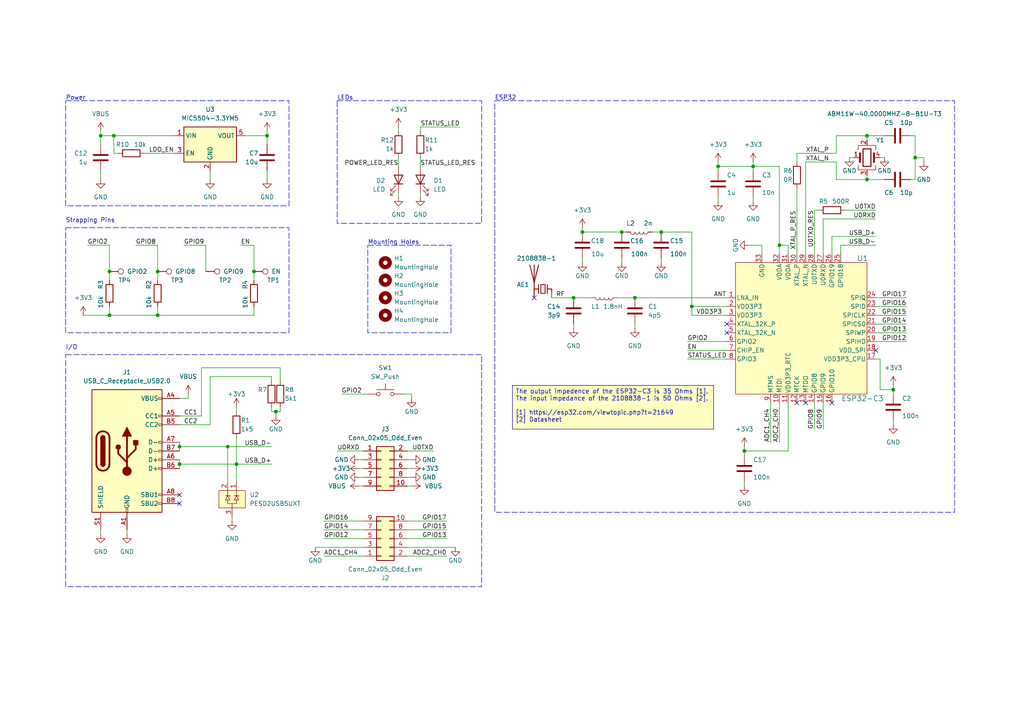
<source format=kicad_sch>
(kicad_sch (version 20230121) (generator eeschema)
  (paper "A4")
  (lib_symbols
    (symbol "Connector:TestPoint" (pin_numbers hide) (pin_names (offset 0.762) hide)
      (property "Reference" "TP" (at 0 6.858 0))
      (property "Value" "TestPoint" (at 0 5.08 0))
      (symbol "TestPoint_0_1"
        (circle (center 0 3.302) (radius 0.762))
      )
      (symbol "TestPoint_1_1"
        (pin passive line (at 0 0 90) (length 2.54) (name "1") (number "1"))
      )
    )
    (symbol "Connector:USB_C_Receptacle_USB2.0" (pin_names (offset 1.016))
      (property "Reference" "J" (at -10.16 19.05 0))
      (property "Value" "USB_C_Receptacle_USB2.0" (at 19.05 19.05 0))
      (symbol "USB_C_Receptacle_USB2.0_0_0"
        (rectangle (start -0.254 -17.78) (end 0.254 -16.764))
        (rectangle (start 10.16 -14.986) (end 9.144 -15.494))
        (rectangle (start 10.16 -12.446) (end 9.144 -12.954))
        (rectangle (start 10.16 -4.826) (end 9.144 -5.334))
        (rectangle (start 10.16 -2.286) (end 9.144 -2.794))
        (rectangle (start 10.16 0.254) (end 9.144 -0.254))
        (rectangle (start 10.16 2.794) (end 9.144 2.286))
        (rectangle (start 10.16 7.874) (end 9.144 7.366))
        (rectangle (start 10.16 10.414) (end 9.144 9.906))
        (rectangle (start 10.16 15.494) (end 9.144 14.986))
      )
      (symbol "USB_C_Receptacle_USB2.0_0_1"
        (rectangle (start -10.16 17.78) (end 10.16 -17.78) (stroke (width 0.254)) (fill (type background)))
        (arc (start -8.89 -3.81) (mid -6.985 -5.7067) (end -5.08 -3.81) (stroke (width 0.508)))
        (arc (start -7.62 -3.81) (mid -6.985 -4.4423) (end -6.35 -3.81) (stroke (width 0.254)))
        (arc (start -7.62 -3.81) (mid -6.985 -4.4423) (end -6.35 -3.81) (stroke (width 0.254)) (fill (type outline)))
        (rectangle (start -7.62 -3.81) (end -6.35 3.81) (stroke (width 0.254)) (fill (type outline)))
        (arc (start -6.35 3.81) (mid -6.985 4.4423) (end -7.62 3.81) (stroke (width 0.254)))
        (arc (start -6.35 3.81) (mid -6.985 4.4423) (end -7.62 3.81) (stroke (width 0.254)) (fill (type outline)))
        (arc (start -5.08 3.81) (mid -6.985 5.7067) (end -8.89 3.81) (stroke (width 0.508)))
        (circle (center -2.54 1.143) (radius 0.635) (stroke (width 0.254)) (fill (type outline)))
        (circle (center 0 -5.842) (radius 1.27) (fill (type outline)))
        (polyline (pts (xy -8.89 -3.81) (xy -8.89 3.81)) (stroke (width 0.508)))
        (polyline (pts (xy -5.08 3.81) (xy -5.08 -3.81)) (stroke (width 0.508)))
        (polyline (pts (xy 0 -5.842) (xy 0 4.318)) (stroke (width 0.508)))
        (polyline (pts (xy 0 -3.302) (xy -2.54 -0.762) (xy -2.54 0.508)) (stroke (width 0.508)))
        (polyline (pts (xy 0 -2.032) (xy 2.54 0.508) (xy 2.54 1.778)) (stroke (width 0.508)))
        (polyline (pts (xy -1.27 4.318) (xy 0 6.858) (xy 1.27 4.318) (xy -1.27 4.318)) (stroke (width 0.254)) (fill (type outline)))
        (rectangle (start 1.905 1.778) (end 3.175 3.048) (stroke (width 0.254)) (fill (type outline)))
      )
      (symbol "USB_C_Receptacle_USB2.0_1_1"
        (pin passive line (at 0 -22.86 90) (length 5.08) (name "GND") (number "A1"))
        (pin passive line (at 0 -22.86 90) (length 5.08) hide (name "GND") (number "A12"))
        (pin passive line (at 15.24 15.24 180) (length 5.08) (name "VBUS") (number "A4"))
        (pin bidirectional line (at 15.24 10.16 180) (length 5.08) (name "CC1") (number "A5"))
        (pin bidirectional line (at 15.24 -2.54 180) (length 5.08) (name "D+") (number "A6"))
        (pin bidirectional line (at 15.24 2.54 180) (length 5.08) (name "D-") (number "A7"))
        (pin bidirectional line (at 15.24 -12.7 180) (length 5.08) (name "SBU1") (number "A8"))
        (pin passive line (at 15.24 15.24 180) (length 5.08) hide (name "VBUS") (number "A9"))
        (pin passive line (at 0 -22.86 90) (length 5.08) hide (name "GND") (number "B1"))
        (pin passive line (at 0 -22.86 90) (length 5.08) hide (name "GND") (number "B12"))
        (pin passive line (at 15.24 15.24 180) (length 5.08) hide (name "VBUS") (number "B4"))
        (pin bidirectional line (at 15.24 7.62 180) (length 5.08) (name "CC2") (number "B5"))
        (pin bidirectional line (at 15.24 -5.08 180) (length 5.08) (name "D+") (number "B6"))
        (pin bidirectional line (at 15.24 0 180) (length 5.08) (name "D-") (number "B7"))
        (pin bidirectional line (at 15.24 -15.24 180) (length 5.08) (name "SBU2") (number "B8"))
        (pin passive line (at 15.24 15.24 180) (length 5.08) hide (name "VBUS") (number "B9"))
        (pin passive line (at -7.62 -22.86 90) (length 5.08) (name "SHIELD") (number "S1"))
      )
    )
    (symbol "Connector_Generic:Conn_02x05_Odd_Even" (pin_names (offset 1.016) hide)
      (property "Reference" "J" (at 1.27 7.62 0))
      (property "Value" "Conn_02x05_Odd_Even" (at 1.27 -7.62 0))
      (symbol "Conn_02x05_Odd_Even_1_1"
        (rectangle (start -1.27 -4.953) (end 0 -5.207) (stroke (width 0.1524)))
        (rectangle (start -1.27 -2.413) (end 0 -2.667) (stroke (width 0.1524)))
        (rectangle (start -1.27 0.127) (end 0 -0.127) (stroke (width 0.1524)))
        (rectangle (start -1.27 2.667) (end 0 2.413) (stroke (width 0.1524)))
        (rectangle (start -1.27 5.207) (end 0 4.953) (stroke (width 0.1524)))
        (rectangle (start -1.27 6.35) (end 3.81 -6.35) (stroke (width 0.254)) (fill (type background)))
        (rectangle (start 3.81 -4.953) (end 2.54 -5.207) (stroke (width 0.1524)))
        (rectangle (start 3.81 -2.413) (end 2.54 -2.667) (stroke (width 0.1524)))
        (rectangle (start 3.81 0.127) (end 2.54 -0.127) (stroke (width 0.1524)))
        (rectangle (start 3.81 2.667) (end 2.54 2.413) (stroke (width 0.1524)))
        (rectangle (start 3.81 5.207) (end 2.54 4.953) (stroke (width 0.1524)))
        (pin passive line (at -5.08 5.08 0) (length 3.81) (name "Pin_1") (number "1"))
        (pin passive line (at 7.62 -5.08 180) (length 3.81) (name "Pin_10") (number "10"))
        (pin passive line (at 7.62 5.08 180) (length 3.81) (name "Pin_2") (number "2"))
        (pin passive line (at -5.08 2.54 0) (length 3.81) (name "Pin_3") (number "3"))
        (pin passive line (at 7.62 2.54 180) (length 3.81) (name "Pin_4") (number "4"))
        (pin passive line (at -5.08 0 0) (length 3.81) (name "Pin_5") (number "5"))
        (pin passive line (at 7.62 0 180) (length 3.81) (name "Pin_6") (number "6"))
        (pin passive line (at -5.08 -2.54 0) (length 3.81) (name "Pin_7") (number "7"))
        (pin passive line (at 7.62 -2.54 180) (length 3.81) (name "Pin_8") (number "8"))
        (pin passive line (at -5.08 -5.08 0) (length 3.81) (name "Pin_9") (number "9"))
      )
    )
    (symbol "Device:Antenna_Chip" (pin_numbers hide) (pin_names (offset 1.016) hide)
      (property "Reference" "AE" (at 0 5.08 0))
      (property "Value" "Antenna_Chip" (at 0 3.175 0))
      (symbol "Antenna_Chip_0_1"
        (polyline (pts (xy -2.54 0) (xy -2.54 -0.635)) (stroke (width 0.254)))
        (polyline (pts (xy -2.54 0) (xy -1.27 0)) (stroke (width 0.254)))
        (polyline (pts (xy 1.27 0) (xy 2.54 0)) (stroke (width 0.254)))
        (polyline (pts (xy 1.27 1.27) (xy 1.27 -1.27)) (stroke (width 0.254)))
        (polyline (pts (xy 2.54 -0.635) (xy 2.54 0)))
        (polyline (pts (xy 2.54 6.985) (xy 2.54 -1.905)) (stroke (width 0.254)))
        (polyline (pts (xy -1.27 1.27) (xy -1.27 -1.27) (xy -1.27 0)) (stroke (width 0.254)))
        (polyline (pts (xy 3.81 6.985) (xy 2.54 1.905) (xy 1.27 6.985)) (stroke (width 0.254)))
        (polyline (pts (xy -0.635 1.27) (xy 0.635 1.27) (xy 0.635 -1.27) (xy -0.635 -1.27) (xy -0.635 1.27)) (stroke (width 0.254)))
      )
      (symbol "Antenna_Chip_1_1"
        (pin input line (at -2.54 -2.54 90) (length 2.54) (name "FEED") (number "1"))
        (pin passive line (at 2.54 -2.54 90) (length 2.54) (name "PCB_Trace") (number "2"))
      )
    )
    (symbol "Device:C" (pin_numbers hide) (pin_names (offset 0.254))
      (property "Reference" "C" (at 0.635 2.54 0))
      (property "Value" "C" (at 0.635 -2.54 0))
      (symbol "C_0_1"
        (polyline (pts (xy -2.032 -0.762) (xy 2.032 -0.762)) (stroke (width 0.508)))
        (polyline (pts (xy -2.032 0.762) (xy 2.032 0.762)) (stroke (width 0.508)))
      )
      (symbol "C_1_1"
        (pin passive line (at 0 3.81 270) (length 2.794) (name "~") (number "1"))
        (pin passive line (at 0 -3.81 90) (length 2.794) (name "~") (number "2"))
      )
    )
    (symbol "Device:Crystal_GND23" (pin_names (offset 1.016) hide)
      (property "Reference" "Y" (at 3.175 5.08 0))
      (property "Value" "Crystal_GND23" (at 3.175 3.175 0))
      (symbol "Crystal_GND23_0_1"
        (rectangle (start -1.143 2.54) (end 1.143 -2.54) (stroke (width 0.3048)))
        (polyline (pts (xy -2.54 0) (xy -2.032 0)))
        (polyline (pts (xy -2.032 -1.27) (xy -2.032 1.27)) (stroke (width 0.508)))
        (polyline (pts (xy 0 -3.81) (xy 0 -3.556)))
        (polyline (pts (xy 0 3.556) (xy 0 3.81)))
        (polyline (pts (xy 2.032 -1.27) (xy 2.032 1.27)) (stroke (width 0.508)))
        (polyline (pts (xy 2.032 0) (xy 2.54 0)))
        (polyline (pts (xy -2.54 -2.286) (xy -2.54 -3.556) (xy 2.54 -3.556) (xy 2.54 -2.286)))
        (polyline (pts (xy -2.54 2.286) (xy -2.54 3.556) (xy 2.54 3.556) (xy 2.54 2.286)))
      )
      (symbol "Crystal_GND23_1_1"
        (pin passive line (at -3.81 0 0) (length 1.27) (name "1") (number "1"))
        (pin passive line (at 0 5.08 270) (length 1.27) (name "2") (number "2"))
        (pin passive line (at 0 -5.08 90) (length 1.27) (name "3") (number "3"))
        (pin passive line (at 3.81 0 180) (length 1.27) (name "4") (number "4"))
      )
    )
    (symbol "Device:L" (pin_numbers hide) (pin_names (offset 1.016) hide)
      (property "Reference" "L" (at -1.27 0 90))
      (property "Value" "L" (at 1.905 0 90))
      (symbol "L_0_1"
        (arc (start 0 -2.54) (mid 0.6323 -1.905) (end 0 -1.27))
        (arc (start 0 -1.27) (mid 0.6323 -0.635) (end 0 0))
        (arc (start 0 0) (mid 0.6323 0.635) (end 0 1.27))
        (arc (start 0 1.27) (mid 0.6323 1.905) (end 0 2.54))
      )
      (symbol "L_1_1"
        (pin passive line (at 0 3.81 270) (length 1.27) (name "1") (number "1"))
        (pin passive line (at 0 -3.81 90) (length 1.27) (name "2") (number "2"))
      )
    )
    (symbol "Device:LED" (pin_numbers hide) (pin_names (offset 1.016) hide)
      (property "Reference" "D" (at 0 2.54 0))
      (property "Value" "LED" (at 0 -2.54 0))
      (symbol "LED_0_1"
        (polyline (pts (xy -1.27 -1.27) (xy -1.27 1.27)) (stroke (width 0.254)))
        (polyline (pts (xy -1.27 0) (xy 1.27 0)))
        (polyline (pts (xy 1.27 -1.27) (xy 1.27 1.27) (xy -1.27 0) (xy 1.27 -1.27)) (stroke (width 0.254)))
        (polyline (pts (xy -3.048 -0.762) (xy -4.572 -2.286) (xy -3.81 -2.286) (xy -4.572 -2.286) (xy -4.572 -1.524)))
        (polyline (pts (xy -1.778 -0.762) (xy -3.302 -2.286) (xy -2.54 -2.286) (xy -3.302 -2.286) (xy -3.302 -1.524)))
      )
      (symbol "LED_1_1"
        (pin passive line (at -3.81 0 0) (length 2.54) (name "K") (number "1"))
        (pin passive line (at 3.81 0 180) (length 2.54) (name "A") (number "2"))
      )
    )
    (symbol "Device:R" (pin_numbers hide) (pin_names (offset 0))
      (property "Reference" "R" (at 2.032 0 90))
      (property "Value" "R" (at 0 0 90))
      (symbol "R_0_1"
        (rectangle (start -1.016 -2.54) (end 1.016 2.54) (stroke (width 0.254)))
      )
      (symbol "R_1_1"
        (pin passive line (at 0 3.81 270) (length 1.27) (name "~") (number "1"))
        (pin passive line (at 0 -3.81 90) (length 1.27) (name "~") (number "2"))
      )
    )
    (symbol "Mechanical:MountingHole" (pin_names (offset 1.016))
      (property "Reference" "H" (at 0 5.08 0))
      (property "Value" "MountingHole" (at 0 3.175 0))
      (symbol "MountingHole_0_1"
        (circle (center 0 0) (radius 1.27) (stroke (width 1.27)))
      )
    )
    (symbol "Regulator_Linear:MIC5504-3.3YM5"
      (property "Reference" "U" (at -7.62 8.89 0))
      (property "Value" "MIC5504-3.3YM5" (at -7.62 6.35 0))
      (symbol "MIC5504-3.3YM5_0_1"
        (rectangle (start -7.62 -5.08) (end 7.62 5.08) (stroke (width 0.254)) (fill (type background)))
      )
      (symbol "MIC5504-3.3YM5_1_1"
        (pin power_in line (at -10.16 2.54 0) (length 2.54) (name "VIN") (number "1"))
        (pin power_in line (at 0 -7.62 90) (length 2.54) (name "GND") (number "2"))
        (pin input line (at -10.16 -2.54 0) (length 2.54) (name "EN") (number "3"))
        (pin no_connect line (at 7.62 -2.54 180) (length 2.54) hide (name "NC") (number "4"))
        (pin power_out line (at 10.16 2.54 180) (length 2.54) (name "VOUT") (number "5"))
      )
    )
    (symbol "Switch:SW_Push" (pin_numbers hide) (pin_names (offset 1.016) hide)
      (property "Reference" "SW" (at 1.27 2.54 0))
      (property "Value" "SW_Push" (at 0 -1.524 0))
      (symbol "SW_Push_0_1"
        (circle (center -2.032 0) (radius 0.508))
        (polyline (pts (xy 0 1.27) (xy 0 3.048)))
        (polyline (pts (xy 2.54 1.27) (xy -2.54 1.27)))
        (circle (center 2.032 0) (radius 0.508))
        (pin passive line (at -5.08 0 0) (length 2.54) (name "1") (number "1"))
        (pin passive line (at 5.08 0 180) (length 2.54) (name "2") (number "2"))
      )
    )
    (symbol "encyclopedia_galactica:ESP32-C3" (pin_names (offset 0.254))
      (property "Reference" "U" (at 0 43.18 0))
      (property "Value" "ESP32-C3" (at 0 40.64 0))
      (symbol "ESP32-C3_0_1"
        (pin bidirectional line (at -21.59 8.89 0) (length 2.54) (name "LNA_IN") (number "1"))
        (pin bidirectional line (at -6.35 -21.59 90) (length 2.54) (name "MTDI") (number "10"))
        (pin power_in line (at -3.81 -21.59 90) (length 2.54) (name "VDD3P3_RTC") (number "11"))
        (pin bidirectional line (at -1.27 -21.59 90) (length 2.54) (name "MTCK") (number "12"))
        (pin bidirectional line (at 1.27 -21.59 90) (length 2.54) (name "MTDO") (number "13"))
        (pin bidirectional line (at 3.81 -21.59 90) (length 2.54) (name "GPIO8") (number "14"))
        (pin bidirectional line (at 6.35 -21.59 90) (length 2.54) (name "GPIO9") (number "15"))
        (pin bidirectional line (at 8.89 -21.59 90) (length 2.54) (name "GPIO10") (number "16"))
        (pin power_in line (at 21.59 -8.89 180) (length 2.54) (name "VDD3P3_CPU") (number "17"))
        (pin power_in line (at 21.59 -6.35 180) (length 2.54) (name "VDD_SPI") (number "18"))
        (pin bidirectional line (at 21.59 -3.81 180) (length 2.54) (name "SPIHD") (number "19"))
        (pin power_in line (at -21.59 6.35 0) (length 2.54) (name "VDD3P3") (number "2"))
        (pin bidirectional line (at 21.59 -1.27 180) (length 2.54) (name "SPIWP") (number "20"))
        (pin bidirectional line (at 21.59 1.27 180) (length 2.54) (name "SPICS0") (number "21"))
        (pin bidirectional line (at 21.59 3.81 180) (length 2.54) (name "SPICLK") (number "22"))
        (pin bidirectional line (at 21.59 6.35 180) (length 2.54) (name "SPID") (number "23"))
        (pin bidirectional line (at 21.59 8.89 180) (length 2.54) (name "SPIQ") (number "24"))
        (pin bidirectional line (at 11.43 21.59 270) (length 2.54) (name "GPIO18") (number "25"))
        (pin bidirectional line (at 8.89 21.59 270) (length 2.54) (name "GPIO19") (number "26"))
        (pin bidirectional line (at 6.35 21.59 270) (length 2.54) (name "U0RXD") (number "27"))
        (pin bidirectional line (at 3.81 21.59 270) (length 2.54) (name "U0TXD") (number "28"))
        (pin output line (at 1.27 21.59 270) (length 2.54) (name "XTAL_N") (number "29"))
        (pin power_in line (at -21.59 3.81 0) (length 2.54) (name "VDD3P3") (number "3"))
        (pin input line (at -1.27 21.59 270) (length 2.54) (name "XTAL_P") (number "30"))
        (pin power_in line (at -3.81 21.59 270) (length 2.54) (name "VDDA") (number "31"))
        (pin power_in line (at -6.35 21.59 270) (length 2.54) (name "VDDA") (number "32"))
        (pin power_out line (at -11.43 21.59 270) (length 2.54) (name "GND") (number "33"))
        (pin bidirectional line (at -21.59 1.27 0) (length 2.54) (name "XTAL_32K_P") (number "4"))
        (pin bidirectional line (at -21.59 -1.27 0) (length 2.54) (name "XTAL_32K_N") (number "5"))
        (pin bidirectional line (at -21.59 -3.81 0) (length 2.54) (name "GPIO2") (number "6"))
        (pin input line (at -21.59 -6.35 0) (length 2.54) (name "CHIP_EN") (number "7"))
        (pin bidirectional line (at -21.59 -8.89 0) (length 2.54) (name "GPIO3") (number "8"))
        (pin bidirectional line (at -8.89 -21.59 90) (length 2.54) (name "MTMS") (number "9"))
      )
      (symbol "ESP32-C3_1_1"
        (rectangle (start -19.05 19.05) (end 19.05 -19.05) (fill (type background)))
      )
    )
    (symbol "encyclopedia_galactica:PESD2USB5UXT"
      (property "Reference" "U" (at 0 24.13 0))
      (property "Value" "PESD2USB5UXT" (at 0 21.59 0))
      (symbol "PESD2USB5UXT_1_1"
        (rectangle (start -3.81 2.54) (end 3.81 -2.54) (fill (type background)))
        (polyline (pts (xy -1.905 1.016) (xy -0.635 1.016)))
        (polyline (pts (xy -1.27 1.016) (xy -1.27 2.54)))
        (polyline (pts (xy -0.635 1.016) (xy -0.635 0.762)))
        (polyline (pts (xy 0 -1.27) (xy 0 -2.54)))
        (polyline (pts (xy 0.635 1.016) (xy 1.905 1.016)))
        (polyline (pts (xy 1.27 1.016) (xy 1.27 2.54)))
        (polyline (pts (xy 1.905 1.016) (xy 1.905 0.762)))
        (polyline (pts (xy -1.905 -0.254) (xy -1.27 1.016) (xy -0.635 -0.254) (xy -1.905 -0.254)))
        (polyline (pts (xy -1.27 -0.254) (xy -1.27 -1.27) (xy 1.27 -1.27) (xy 1.27 -0.254)))
        (polyline (pts (xy 0.635 -0.254) (xy 1.27 1.016) (xy 1.905 -0.254) (xy 0.635 -0.254)))
        (pin open_collector line (at 1.27 5.08 270) (length 2.54) (name "") (number "1"))
        (pin open_collector line (at -1.27 5.08 270) (length 2.54) (name "") (number "2"))
        (pin power_out line (at 0 -5.08 90) (length 2.54) (name "") (number "3"))
      )
    )
    (symbol "power:+3V3" (power) (pin_names (offset 0))
      (property "Value" "+3V3" (at 0 3.556 0))
      (symbol "+3V3_0_1"
        (polyline (pts (xy -0.762 1.27) (xy 0 2.54)))
        (polyline (pts (xy 0 0) (xy 0 2.54)))
        (polyline (pts (xy 0 2.54) (xy 0.762 1.27)))
      )
      (symbol "+3V3_1_1"
        (pin power_in line (at 0 0 90) (length 0) hide (name "+3V3") (number "1"))
      )
    )
    (symbol "power:GND" (power) (pin_names (offset 0))
      (property "Value" "GND" (at 0 -3.81 0))
      (symbol "GND_0_1"
        (polyline (pts (xy 0 0) (xy 0 -1.27) (xy 1.27 -1.27) (xy 0 -2.54) (xy -1.27 -1.27) (xy 0 -1.27)))
      )
      (symbol "GND_1_1"
        (pin power_in line (at 0 0 270) (length 0) hide (name "GND") (number "1"))
      )
    )
    (symbol "power:VBUS" (power) (pin_names (offset 0))
      (property "Value" "VBUS" (at 0 3.81 0))
      (symbol "VBUS_0_1"
        (polyline (pts (xy -0.762 1.27) (xy 0 2.54)))
        (polyline (pts (xy 0 0) (xy 0 2.54)))
        (polyline (pts (xy 0 2.54) (xy 0.762 1.27)))
      )
      (symbol "VBUS_1_1"
        (pin power_in line (at 0 0 90) (length 0) hide (name "VBUS") (number "1"))
      )
    )
  )
  (junction (at 29.21 39.37))
  (junction (at 184.15 86.36))
  (junction (at 226.06 71.12))
  (junction (at 168.91 67.31))
  (junction (at 45.72 78.74))
  (junction (at 31.75 91.44))
  (junction (at 77.47 39.37))
  (junction (at 208.28 48.26))
  (junction (at 68.58 134.62))
  (junction (at 180.34 67.31))
  (junction (at 66.04 129.54))
  (junction (at 52.07 134.62))
  (junction (at 215.9 130.81))
  (junction (at 218.44 48.26))
  (junction (at 52.07 129.54))
  (junction (at 33.02 39.37))
  (junction (at 80.01 119.38))
  (junction (at 31.75 78.74))
  (junction (at 73.66 78.74))
  (junction (at 191.77 67.31))
  (junction (at 259.08 113.03))
  (junction (at 265.43 45.72))
  (junction (at 45.72 91.44))
  (junction (at 251.46 39.37))
  (junction (at 200.66 88.9))
  (junction (at 166.37 86.36))
  (junction (at 251.46 52.07))
  (no_connect (at 241.3 116.84))
  (no_connect (at 210.82 93.98))
  (no_connect (at 52.07 143.51))
  (no_connect (at 231.14 116.84))
  (no_connect (at 254 101.6))
  (no_connect (at 52.07 146.05))
  (no_connect (at 233.68 116.84))
  (no_connect (at 210.82 96.52))
  (no_connect (at 154.94 86.36))
  (wire (pts (xy 52.07 134.62) (xy 68.58 134.62)))
  (wire (pts (xy 52.07 133.35) (xy 52.07 134.62)))
  (wire (pts (xy 25.4 71.12) (xy 31.75 71.12)))
  (wire (pts (xy 33.02 39.37) (xy 50.8 39.37)))
  (wire (pts (xy 254 86.36) (xy 262.89 86.36)))
  (wire (pts (xy 121.92 55.88) (xy 121.92 57.15)))
  (wire (pts (xy 236.22 60.96) (xy 236.22 73.66)))
  (wire (pts (xy 199.39 99.06) (xy 210.82 99.06)))
  (wire (pts (xy 267.97 45.72) (xy 265.43 45.72)))
  (wire (pts (xy 125.73 130.81) (xy 118.11 130.81)))
  (wire (pts (xy 218.44 57.15) (xy 218.44 58.42)))
  (wire (pts (xy 254 91.44) (xy 262.89 91.44)))
  (wire (pts (xy 168.91 67.31) (xy 180.34 67.31)))
  (wire (pts (xy 116.84 114.3) (xy 119.38 114.3)))
  (wire (pts (xy 231.14 44.45) (xy 242.57 44.45)))
  (wire (pts (xy 254 88.9) (xy 262.89 88.9)))
  (wire (pts (xy 31.75 81.28) (xy 31.75 78.74)))
  (wire (pts (xy 254 63.5) (xy 238.76 63.5)))
  (wire (pts (xy 226.06 48.26) (xy 226.06 71.12)))
  (wire (pts (xy 251.46 39.37) (xy 251.46 40.64)))
  (wire (pts (xy 255.27 113.03) (xy 255.27 104.14)))
  (wire (pts (xy 242.57 52.07) (xy 242.57 46.99)))
  (wire (pts (xy 241.3 68.58) (xy 241.3 73.66)))
  (wire (pts (xy 118.11 153.67) (xy 129.54 153.67)))
  (wire (pts (xy 133.35 36.83) (xy 121.92 36.83)))
  (wire (pts (xy 36.83 153.67) (xy 36.83 154.94)))
  (wire (pts (xy 29.21 39.37) (xy 33.02 39.37)))
  (wire (pts (xy 54.61 115.57) (xy 54.61 114.3)))
  (wire (pts (xy 52.07 120.65) (xy 58.42 120.65)))
  (wire (pts (xy 247.65 45.72) (xy 246.38 45.72)))
  (wire (pts (xy 180.34 74.93) (xy 180.34 76.2)))
  (wire (pts (xy 233.68 46.99) (xy 233.68 73.66)))
  (wire (pts (xy 97.79 130.81) (xy 105.41 130.81)))
  (wire (pts (xy 81.28 118.11) (xy 81.28 119.38)))
  (wire (pts (xy 104.14 135.89) (xy 105.41 135.89)))
  (wire (pts (xy 66.04 129.54) (xy 78.74 129.54)))
  (wire (pts (xy 184.15 86.36) (xy 210.82 86.36)))
  (wire (pts (xy 78.74 109.22) (xy 78.74 110.49)))
  (wire (pts (xy 215.9 130.81) (xy 215.9 129.54)))
  (wire (pts (xy 118.11 156.21) (xy 129.54 156.21)))
  (wire (pts (xy 73.66 71.12) (xy 73.66 78.74)))
  (wire (pts (xy 29.21 153.67) (xy 29.21 154.94)))
  (wire (pts (xy 259.08 111.76) (xy 259.08 113.03)))
  (wire (pts (xy 118.11 161.29) (xy 129.54 161.29)))
  (wire (pts (xy 168.91 74.93) (xy 168.91 76.2)))
  (wire (pts (xy 243.84 71.12) (xy 254 71.12)))
  (wire (pts (xy 68.58 118.11) (xy 68.58 119.38)))
  (wire (pts (xy 68.58 134.62) (xy 78.74 134.62)))
  (wire (pts (xy 115.57 36.83) (xy 115.57 38.1)))
  (wire (pts (xy 41.91 44.45) (xy 50.8 44.45)))
  (wire (pts (xy 226.06 116.84) (xy 226.06 128.27)))
  (wire (pts (xy 255.27 113.03) (xy 259.08 113.03)))
  (wire (pts (xy 208.28 46.99) (xy 208.28 48.26)))
  (wire (pts (xy 226.06 71.12) (xy 228.6 71.12)))
  (wire (pts (xy 242.57 39.37) (xy 242.57 44.45)))
  (wire (pts (xy 233.68 46.99) (xy 242.57 46.99)))
  (wire (pts (xy 191.77 74.93) (xy 191.77 76.2)))
  (wire (pts (xy 104.14 140.97) (xy 105.41 140.97)))
  (wire (pts (xy 166.37 86.36) (xy 171.45 86.36)))
  (wire (pts (xy 256.54 52.07) (xy 251.46 52.07)))
  (wire (pts (xy 119.38 114.3) (xy 119.38 115.57)))
  (wire (pts (xy 73.66 91.44) (xy 73.66 88.9)))
  (wire (pts (xy 264.16 52.07) (xy 265.43 52.07)))
  (wire (pts (xy 199.39 101.6) (xy 210.82 101.6)))
  (wire (pts (xy 93.98 151.13) (xy 105.41 151.13)))
  (wire (pts (xy 118.11 140.97) (xy 119.38 140.97)))
  (wire (pts (xy 31.75 71.12) (xy 31.75 78.74)))
  (wire (pts (xy 52.07 129.54) (xy 66.04 129.54)))
  (wire (pts (xy 91.44 158.75) (xy 105.41 158.75)))
  (wire (pts (xy 34.29 44.45) (xy 33.02 44.45)))
  (wire (pts (xy 231.14 54.61) (xy 231.14 73.66)))
  (wire (pts (xy 259.08 121.92) (xy 259.08 123.19)))
  (wire (pts (xy 99.06 114.3) (xy 106.68 114.3)))
  (wire (pts (xy 200.66 67.31) (xy 191.77 67.31)))
  (wire (pts (xy 243.84 71.12) (xy 243.84 73.66)))
  (wire (pts (xy 265.43 39.37) (xy 264.16 39.37)))
  (wire (pts (xy 81.28 106.68) (xy 81.28 110.49)))
  (wire (pts (xy 71.12 39.37) (xy 77.47 39.37)))
  (wire (pts (xy 68.58 134.62) (xy 68.58 139.7)))
  (wire (pts (xy 231.14 44.45) (xy 231.14 46.99)))
  (wire (pts (xy 104.14 138.43) (xy 105.41 138.43)))
  (wire (pts (xy 121.92 45.72) (xy 121.92 48.26)))
  (wire (pts (xy 52.07 128.27) (xy 52.07 129.54)))
  (wire (pts (xy 80.01 119.38) (xy 80.01 120.65)))
  (wire (pts (xy 251.46 52.07) (xy 251.46 50.8)))
  (wire (pts (xy 223.52 116.84) (xy 223.52 128.27)))
  (wire (pts (xy 39.37 71.12) (xy 45.72 71.12)))
  (wire (pts (xy 115.57 45.72) (xy 115.57 48.26)))
  (wire (pts (xy 45.72 91.44) (xy 45.72 88.9)))
  (wire (pts (xy 208.28 48.26) (xy 218.44 48.26)))
  (wire (pts (xy 132.08 158.75) (xy 118.11 158.75)))
  (wire (pts (xy 189.23 67.31) (xy 191.77 67.31)))
  (wire (pts (xy 77.47 49.53) (xy 77.47 52.07)))
  (wire (pts (xy 238.76 116.84) (xy 238.76 124.46)))
  (wire (pts (xy 58.42 120.65) (xy 58.42 106.68)))
  (wire (pts (xy 215.9 130.81) (xy 228.6 130.81)))
  (wire (pts (xy 118.11 133.35) (xy 119.38 133.35)))
  (wire (pts (xy 254 96.52) (xy 262.89 96.52)))
  (wire (pts (xy 215.9 139.7) (xy 215.9 140.97)))
  (wire (pts (xy 58.42 106.68) (xy 81.28 106.68)))
  (wire (pts (xy 179.07 86.36) (xy 184.15 86.36)))
  (wire (pts (xy 77.47 38.1) (xy 77.47 39.37)))
  (wire (pts (xy 184.15 93.98) (xy 184.15 95.25)))
  (wire (pts (xy 118.11 135.89) (xy 119.38 135.89)))
  (wire (pts (xy 45.72 78.74) (xy 45.72 81.28)))
  (wire (pts (xy 255.27 104.14) (xy 254 104.14)))
  (wire (pts (xy 45.72 91.44) (xy 73.66 91.44)))
  (wire (pts (xy 245.11 60.96) (xy 254 60.96)))
  (wire (pts (xy 259.08 113.03) (xy 259.08 114.3)))
  (wire (pts (xy 236.22 116.84) (xy 236.22 124.46)))
  (wire (pts (xy 93.98 153.67) (xy 105.41 153.67)))
  (wire (pts (xy 53.34 71.12) (xy 59.69 71.12)))
  (wire (pts (xy 68.58 127) (xy 68.58 134.62)))
  (wire (pts (xy 118.11 151.13) (xy 129.54 151.13)))
  (wire (pts (xy 218.44 48.26) (xy 226.06 48.26)))
  (wire (pts (xy 77.47 41.91) (xy 77.47 39.37)))
  (wire (pts (xy 104.14 133.35) (xy 105.41 133.35)))
  (wire (pts (xy 265.43 52.07) (xy 265.43 45.72)))
  (wire (pts (xy 200.66 91.44) (xy 200.66 88.9)))
  (wire (pts (xy 31.75 91.44) (xy 45.72 91.44)))
  (wire (pts (xy 52.07 123.19) (xy 60.96 123.19)))
  (wire (pts (xy 180.34 67.31) (xy 181.61 67.31)))
  (wire (pts (xy 78.74 118.11) (xy 78.74 119.38)))
  (wire (pts (xy 29.21 38.1) (xy 29.21 39.37)))
  (wire (pts (xy 254 68.58) (xy 241.3 68.58)))
  (wire (pts (xy 166.37 93.98) (xy 166.37 95.25)))
  (wire (pts (xy 254 93.98) (xy 262.89 93.98)))
  (wire (pts (xy 265.43 45.72) (xy 265.43 39.37)))
  (wire (pts (xy 52.07 115.57) (xy 54.61 115.57)))
  (wire (pts (xy 218.44 46.99) (xy 218.44 48.26)))
  (wire (pts (xy 24.13 91.44) (xy 31.75 91.44)))
  (wire (pts (xy 228.6 71.12) (xy 228.6 73.66)))
  (wire (pts (xy 60.96 49.53) (xy 60.96 52.07)))
  (wire (pts (xy 242.57 52.07) (xy 251.46 52.07)))
  (wire (pts (xy 208.28 57.15) (xy 208.28 58.42)))
  (wire (pts (xy 31.75 91.44) (xy 31.75 88.9)))
  (wire (pts (xy 226.06 71.12) (xy 226.06 73.66)))
  (wire (pts (xy 215.9 132.08) (xy 215.9 130.81)))
  (wire (pts (xy 80.01 119.38) (xy 81.28 119.38)))
  (wire (pts (xy 218.44 48.26) (xy 218.44 49.53)))
  (wire (pts (xy 251.46 39.37) (xy 242.57 39.37)))
  (wire (pts (xy 67.31 149.86) (xy 67.31 151.13)))
  (wire (pts (xy 267.97 46.99) (xy 267.97 45.72)))
  (wire (pts (xy 93.98 156.21) (xy 105.41 156.21)))
  (wire (pts (xy 256.54 39.37) (xy 251.46 39.37)))
  (wire (pts (xy 254 99.06) (xy 262.89 99.06)))
  (wire (pts (xy 73.66 81.28) (xy 73.66 78.74)))
  (wire (pts (xy 45.72 71.12) (xy 45.72 78.74)))
  (wire (pts (xy 52.07 129.54) (xy 52.07 130.81)))
  (wire (pts (xy 78.74 119.38) (xy 80.01 119.38)))
  (wire (pts (xy 52.07 134.62) (xy 52.07 135.89)))
  (wire (pts (xy 200.66 88.9) (xy 200.66 67.31)))
  (wire (pts (xy 118.11 138.43) (xy 119.38 138.43)))
  (wire (pts (xy 199.39 104.14) (xy 210.82 104.14)))
  (wire (pts (xy 160.02 86.36) (xy 166.37 86.36)))
  (wire (pts (xy 66.04 129.54) (xy 66.04 139.7)))
  (wire (pts (xy 29.21 39.37) (xy 29.21 41.91)))
  (wire (pts (xy 60.96 123.19) (xy 60.96 109.22)))
  (wire (pts (xy 238.76 63.5) (xy 238.76 73.66)))
  (wire (pts (xy 59.69 71.12) (xy 59.69 78.74)))
  (wire (pts (xy 93.98 161.29) (xy 105.41 161.29)))
  (wire (pts (xy 256.54 45.72) (xy 255.27 45.72)))
  (wire (pts (xy 29.21 49.53) (xy 29.21 52.07)))
  (wire (pts (xy 69.85 71.12) (xy 73.66 71.12)))
  (wire (pts (xy 60.96 109.22) (xy 78.74 109.22)))
  (wire (pts (xy 200.66 88.9) (xy 210.82 88.9)))
  (wire (pts (xy 236.22 60.96) (xy 237.49 60.96)))
  (wire (pts (xy 121.92 36.83) (xy 121.92 38.1)))
  (wire (pts (xy 210.82 91.44) (xy 200.66 91.44)))
  (wire (pts (xy 220.98 71.12) (xy 220.98 73.66)))
  (wire (pts (xy 168.91 66.04) (xy 168.91 67.31)))
  (wire (pts (xy 33.02 44.45) (xy 33.02 39.37)))
  (wire (pts (xy 115.57 55.88) (xy 115.57 57.15)))
  (wire (pts (xy 208.28 48.26) (xy 208.28 49.53)))
  (wire (pts (xy 228.6 116.84) (xy 228.6 130.81)))
  (wire (pts (xy 217.17 71.12) (xy 220.98 71.12)))
  (rectangle (start 19.05 29.21) (end 83.82 59.69) (stroke (width 0) (type dash)))
  (rectangle (start 106.68 71.12) (end 130.81 96.52) (stroke (width 0) (type dash)))
  (rectangle (start 83.82 66.04) (end 19.05 96.52) (stroke (width 0) (type dash)))
  (rectangle (start 19.05 102.87) (end 139.7 170.18) (stroke (width 0) (type dash)))
  (rectangle (start 97.79 29.21) (end 139.7 64.77) (stroke (width 0) (type dash)))
  (rectangle (start 143.51 29.21) (end 276.86 148.59) (stroke (width 0) (type dash)))
  (text_box "The output impedence of the ESP32-C3 is 35 Ohms [1].\nThe input impedance of the 2108838-1 is 50 Ohms [2].\n\n[1] https://esp32.com/viewtopic.php?t=21649\n[2] Datasheet" (at 148.59 111.76 0) (size 58.42 12.7) (fill (type color) (color 255 255 194 1)) (effects (font (size 1.27 1.27)) (justify left top)))
  (text "ESP32" (at 143.51 29.21 0) (effects (font (size 1.27 1.27)) (justify left bottom)))
  (text "I/O" (at 19.05 101.6 0) (effects (font (size 1.27 1.27)) (justify left bottom)))
  (text "Mounting Holes" (at 106.68 71.12 0) (effects (font (size 1.27 1.27)) (justify left bottom)))
  (text "Power" (at 19.05 29.21 0) (effects (font (size 1.27 1.27)) (justify left bottom)))
  (text "Strapping Pins" (at 19.05 64.77 0) (effects (font (size 1.27 1.27)) (justify left bottom)))
  (text "LEDs" (at 97.79 29.21 0) (effects (font (size 1.27 1.27)) (justify left bottom)))
  (label "ADC1_CH4" (at 223.52 128.27 90))
  (label "U0RXD" (at 97.79 130.81 0))
  (label "GPIO2" (at 99.06 114.3 0))
  (label "GPIO12" (at 93.98 156.21 0))
  (label "EN" (at 199.39 101.6 0))
  (label "USB_D+" (at 78.74 134.62 180))
  (label "GPIO16" (at 93.98 151.13 0))
  (label "GPIO13" (at 129.54 156.21 180))
  (label "ADC1_CH4" (at 93.98 161.29 0))
  (label "USB_D+" (at 254 68.58 180))
  (label "GPIO2" (at 25.4 71.12 0))
  (label "LDO_EN" (at 43.18 44.45 0))
  (label "GPIO14" (at 262.89 93.98 180))
  (label "STATUS_LED" (at 199.39 104.14 0))
  (label "GPIO9" (at 238.76 124.46 90))
  (label "GPIO17" (at 262.89 86.36 180))
  (label "GPIO14" (at 93.98 153.67 0))
  (label "U0TXD" (at 125.73 130.81 180))
  (label "ADC2_CH0" (at 226.06 128.27 90))
  (label "STATUS_LED_RES" (at 121.92 48.26 0))
  (label "U0RXD" (at 254 63.5 180))
  (label "VDD3P3" (at 201.93 91.44 0))
  (label "ANT" (at 207.01 86.36 0))
  (label "CC1" (at 53.34 120.65 0))
  (label "USB_D-" (at 254 71.12 180))
  (label "GPIO12" (at 262.89 99.06 180))
  (label "XTAL_P" (at 233.68 44.45 0))
  (label "U0TXD" (at 254 60.96 180))
  (label "GPIO9" (at 53.34 71.12 0))
  (label "USB_D-" (at 78.74 129.54 180))
  (label "XTAL_P_RES" (at 231.14 72.39 90))
  (label "GPIO15" (at 129.54 153.67 180))
  (label "XTAL_N" (at 233.68 46.99 0))
  (label "GPIO16" (at 262.89 88.9 180))
  (label "RF" (at 161.29 86.36 0))
  (label "U0TXD_RES" (at 236.22 60.96 270))
  (label "EN" (at 69.85 71.12 0))
  (label "GPIO8" (at 39.37 71.12 0))
  (label "GPIO13" (at 262.89 96.52 180))
  (label "GPIO17" (at 129.54 151.13 180))
  (label "GPIO2" (at 199.39 99.06 0))
  (label "ADC2_CH0" (at 129.54 161.29 180))
  (label "STATUS_LED" (at 133.35 36.83 180))
  (label "CC2" (at 53.34 123.19 0))
  (label "POWER_LED_RES" (at 115.57 48.26 180))
  (label "GPIO15" (at 262.89 91.44 180))
  (label "GPIO8" (at 236.22 124.46 90))
  (symbol (lib_id "power:GND") (at 246.38 45.72 0) (mirror y) (unit 1)
    (property "Reference" "#PWR03" (effects hide))
    (property "Value" "GND" (at 246.38 49.53 0))
  )
  (symbol (lib_id "Connector:USB_C_Receptacle_USB2.0") (at 36.83 130.81 0) (unit 1)
    (property "Reference" "J1" (at 36.83 107.95 0))
    (property "Value" "USB_C_Receptacle_USB2.0" (at 36.83 110.49 0))
    (property "Footprint" "encyclopedia_galactica:USB4105-GF-A" (effects hide))
    (property "Datasheet" "https://www.usb.org/sites/default/files/documents/usb_type-c.zip" (effects hide))
  )
  (symbol (lib_id "Device:LED") (at 115.57 52.07 270) (mirror x) (unit 1)
    (property "Reference" "D2" (at 111.76 52.3875 90) (effects (justify right)))
    (property "Value" "LED" (at 111.76 54.9275 90) (effects (justify right)))
    (property "Footprint" "LED_SMD:LED_0603_1608Metric" (effects hide))
  )
  (symbol (lib_id "power:+3V3") (at 115.57 36.83 0) (mirror y) (unit 1)
    (property "Reference" "#PWR044" (effects hide))
    (property "Value" "+3V3" (at 115.57 31.75 0))
  )
  (symbol (lib_id "Device:R") (at 231.14 50.8 0) (mirror y) (unit 1)
    (property "Reference" "R6" (at 229.87 49.53 0) (effects (justify left)))
    (property "Value" "0R" (at 229.87 52.07 0) (effects (justify left)))
    (property "Footprint" "Resistor_SMD:R_0402_1005Metric" (effects hide))
  )
  (symbol (lib_id "Device:R") (at 73.66 85.09 0) (mirror x) (unit 1)
    (property "Reference" "R4" (at 71.12 82.55 90))
    (property "Value" "10k" (at 71.12 87.63 90))
    (property "Footprint" "Resistor_SMD:R_0402_1005Metric" (effects hide))
  )
  (symbol (lib_id "power:GND") (at 208.28 58.42 0) (unit 1)
    (property "Reference" "#PWR023" (effects hide))
    (property "Value" "GND" (at 208.28 63.5 0))
  )
  (symbol (lib_id "power:GND") (at 77.47 52.07 0) (unit 1)
    (property "Reference" "#PWR039" (effects hide))
    (property "Value" "GND" (at 77.47 57.15 0))
  )
  (symbol (lib_id "power:VBUS") (at 104.14 140.97 90) (unit 1)
    (property "Reference" "#PWR032" (effects hide))
    (property "Value" "VBUS" (at 100.33 140.97 90) (effects (justify left)))
  )
  (symbol (lib_id "power:GND") (at 104.14 138.43 270) (unit 1)
    (property "Reference" "#PWR030" (effects hide))
    (property "Value" "GND" (at 99.06 138.43 90))
  )
  (symbol (lib_id "Mechanical:MountingHole") (at 111.76 86.36 0) (unit 1)
    (property "Reference" "H3" (at 114.3 85.09 0) (effects (justify left)))
    (property "Value" "MountingHole" (at 114.3 87.63 0) (effects (justify left)))
    (property "Footprint" "MountingHole:MountingHole_2.2mm_M2" (effects hide))
  )
  (symbol (lib_id "power:GND") (at 180.34 76.2 0) (mirror y) (unit 1)
    (property "Reference" "#PWR018" (effects hide))
    (property "Value" "GND" (at 180.34 80.01 0))
  )
  (symbol (lib_id "Mechanical:MountingHole") (at 111.76 76.2 0) (unit 1)
    (property "Reference" "H1" (at 114.3 74.93 0) (effects (justify left)))
    (property "Value" "MountingHole" (at 114.3 77.47 0) (effects (justify left)))
    (property "Footprint" "MountingHole:MountingHole_2.2mm_M2" (effects hide))
  )
  (symbol (lib_id "Device:C") (at 168.91 71.12 0) (unit 1)
    (property "Reference" "C18" (at 175.26 69.85 0) (effects (justify right)))
    (property "Value" "10u" (at 175.26 73.66 0) (effects (justify right)))
    (property "Footprint" "Capacitor_SMD:C_0603_1608Metric" (effects hide))
  )
  (symbol (lib_id "Device:R") (at 78.74 114.3 0) (unit 1)
    (property "Reference" "R7" (at 77.47 113.03 0) (effects (justify right)))
    (property "Value" "5k1" (effects hide))
    (property "Footprint" "Resistor_SMD:R_0402_1005Metric" (effects hide))
  )
  (symbol (lib_id "power:+3V3") (at 218.44 46.99 0) (mirror y) (unit 1)
    (property "Reference" "#PWR04" (effects hide))
    (property "Value" "+3V3" (at 218.44 41.91 0))
  )
  (symbol (lib_id "power:GND") (at 60.96 52.07 0) (unit 1)
    (property "Reference" "#PWR016" (effects hide))
    (property "Value" "GND" (at 60.96 57.15 0))
  )
  (symbol (lib_id "power:+3V3") (at 208.28 46.99 0) (mirror y) (unit 1)
    (property "Reference" "#PWR022" (effects hide))
    (property "Value" "+3V3" (at 208.28 41.91 0))
  )
  (symbol (lib_id "power:GND") (at 67.31 151.13 0) (unit 1)
    (property "Reference" "#PWR038" (effects hide))
    (property "Value" "GND" (at 67.31 156.21 0))
  )
  (symbol (lib_id "Connector_Generic:Conn_02x05_Odd_Even") (at 110.49 135.89 0) (unit 1)
    (property "Reference" "J3" (at 111.76 124.46 0))
    (property "Value" "Conn_02x05_Odd_Even" (at 111.76 127 0))
    (property "Footprint" "Connector_PinHeader_2.54mm:PinHeader_2x05_P2.54mm_Vertical" (effects hide))
  )
  (symbol (lib_id "Device:C") (at 166.37 90.17 0) (unit 1)
    (property "Reference" "C14" (at 162.56 88.9 0) (effects (justify right)))
    (property "Value" "3p9" (at 162.56 91.44 0) (effects (justify right)))
    (property "Footprint" "Capacitor_SMD:C_0402_1005Metric" (effects hide))
  )
  (symbol (lib_id "power:GND") (at 267.97 46.99 0) (mirror y) (unit 1)
    (property "Reference" "#PWR025" (effects hide))
    (property "Value" "GND" (at 267.97 52.07 0))
  )
  (symbol (lib_id "power:VBUS") (at 29.21 38.1 0) (unit 1)
    (property "Reference" "#PWR014" (effects hide))
    (property "Value" "VBUS" (at 29.21 33.02 0))
  )
  (symbol (lib_id "Connector:TestPoint") (at 73.66 78.74 270) (unit 1)
    (property "Reference" "TP1" (at 77.47 81.28 90) (effects (justify left)))
    (property "Value" "EN" (at 78.74 78.74 90) (effects (justify left)))
    (property "Footprint" "TestPoint:TestPoint_Pad_D1.5mm" (effects hide))
  )
  (symbol (lib_id "Connector_Generic:Conn_02x05_Odd_Even") (at 110.49 156.21 0) (mirror x) (unit 1)
    (property "Reference" "J2" (at 111.76 167.64 0))
    (property "Value" "Conn_02x05_Odd_Even" (at 111.76 165.1 0))
    (property "Footprint" "Connector_PinHeader_2.54mm:PinHeader_2x05_P2.54mm_Vertical" (effects hide))
  )
  (symbol (lib_id "power:GND") (at 218.44 58.42 0) (unit 1)
    (property "Reference" "#PWR021" (effects hide))
    (property "Value" "GND" (at 218.44 63.5 0))
  )
  (symbol (lib_id "power:GND") (at 166.37 95.25 0) (mirror y) (unit 1)
    (property "Reference" "#PWR017" (effects hide))
    (property "Value" "GND" (at 166.37 100.33 0))
  )
  (symbol (lib_id "Device:C") (at 218.44 53.34 0) (mirror y) (unit 1)
    (property "Reference" "C3" (at 220.98 50.8 0) (effects (justify right)))
    (property "Value" "10n" (at 220.98 55.88 0) (effects (justify right)))
    (property "Footprint" "Capacitor_SMD:C_0402_1005Metric" (effects hide))
  )
  (symbol (lib_id "power:+3V3") (at 77.47 38.1 0) (unit 1)
    (property "Reference" "#PWR015" (effects hide))
    (property "Value" "+3V3" (at 77.47 33.02 0))
  )
  (symbol (lib_id "power:GND") (at 191.77 76.2 0) (unit 1)
    (property "Reference" "#PWR019" (effects hide))
    (property "Value" "GND" (at 191.77 80.01 0))
  )
  (symbol (lib_id "Device:R") (at 115.57 41.91 0) (unit 1)
    (property "Reference" "R12" (at 114.3 40.64 0) (effects (justify right)))
    (property "Value" "1k" (at 114.3 43.18 0) (effects (justify right)))
    (property "Footprint" "Resistor_SMD:R_0402_1005Metric" (effects hide))
  )
  (symbol (lib_id "power:+3V3") (at 215.9 129.54 0) (mirror y) (unit 1)
    (property "Reference" "#PWR06" (effects hide))
    (property "Value" "+3V3" (at 215.9 124.46 0))
  )
  (symbol (lib_id "encyclopedia_galactica:ESP32-C3") (at 232.41 95.25 0) (unit 1)
    (property "Reference" "U1" (at 250.19 74.93 0) (effects (font (size 1.524 1.524))))
    (property "Value" "ESP32-C3" (at 250.19 115.57 0) (effects (font (size 1.524 1.524))))
    (property "Footprint" "encyclopedia_galactica:QFN32_5X5_EXP" (effects hide))
    (property "Datasheet" "https://www.espressif.com/sites/default/files/documentation/esp32-c3_datasheet_en.pdf" (effects hide))
    (property "HW_Guidelines" "https://www.espressif.com/sites/default/files/documentation/esp32-c3_hardware_design_guidelines_en.pdf" (effects hide))
  )
  (symbol (lib_id "Device:C") (at 77.47 45.72 0) (unit 1)
    (property "Reference" "C7" (at 74.93 44.45 0) (effects (justify right)))
    (property "Value" "10u" (at 74.93 46.99 0) (effects (justify right)))
    (property "Footprint" "Capacitor_SMD:C_0603_1608Metric" (effects hide))
  )
  (symbol (lib_id "power:+3V3") (at 68.58 118.11 0) (unit 1)
    (property "Reference" "#PWR041" (effects hide))
    (property "Value" "+3V3" (at 68.58 114.3 0))
  )
  (symbol (lib_id "Device:Crystal_GND23") (at 251.46 45.72 0) (unit 1)
    (property "Reference" "Y1" (at 255.27 40.64 0))
    (property "Value" "ABM11W-40.0000MHZ-8-B1U-T3" (at 256.54 33.02 0))
    (property "Footprint" "encyclopedia_galactica:ABM11W-30.0000MHZ-7-D1X-T3" (effects hide))
    (property "Datasheet" "https://www.mouser.de/datasheet/2/3/ABM11W-1774757.pdf" (effects hide))
  )
  (symbol (lib_id "power:GND") (at 119.38 115.57 0) (unit 1)
    (property "Reference" "#PWR036" (effects hide))
    (property "Value" "GND" (at 119.38 119.38 0))
  )
  (symbol (lib_id "Device:C") (at 260.35 52.07 90) (mirror x) (unit 1)
    (property "Reference" "C6" (at 257.81 55.88 90))
    (property "Value" "10p" (at 262.89 55.88 90))
    (property "Footprint" "Capacitor_SMD:C_0402_1005Metric" (effects hide))
  )
  (symbol (lib_id "Switch:SW_Push") (at 111.76 114.3 0) (mirror y) (unit 1)
    (property "Reference" "SW1" (at 111.76 106.68 0))
    (property "Value" "SW_Push" (at 111.76 109.22 0))
    (property "Footprint" "Button_Switch_SMD:SW_SPST_B3U-1000P" (effects hide))
  )
  (symbol (lib_id "power:GND") (at 104.14 133.35 270) (unit 1)
    (property "Reference" "#PWR026" (effects hide))
    (property "Value" "GND" (at 99.06 133.35 90))
  )
  (symbol (lib_id "power:GND") (at 119.38 133.35 90) (unit 1)
    (property "Reference" "#PWR027" (effects hide))
    (property "Value" "GND" (at 124.46 133.35 90))
  )
  (symbol (lib_id "Mechanical:MountingHole") (at 111.76 81.28 0) (unit 1)
    (property "Reference" "H2" (at 114.3 80.01 0) (effects (justify left)))
    (property "Value" "MountingHole" (at 114.3 82.55 0) (effects (justify left)))
    (property "Footprint" "MountingHole:MountingHole_2.2mm_M2" (effects hide))
  )
  (symbol (lib_id "power:GND") (at 215.9 140.97 0) (unit 1)
    (property "Reference" "#PWR07" (effects hide))
    (property "Value" "GND" (at 215.9 146.05 0))
  )
  (symbol (lib_id "Connector:TestPoint") (at 59.69 78.74 270) (unit 1)
    (property "Reference" "TP2" (at 63.5 81.28 90) (effects (justify left)))
    (property "Value" "GPIO9" (at 64.77 78.74 90) (effects (justify left)))
    (property "Footprint" "TestPoint:TestPoint_Pad_D1.5mm" (effects hide))
  )
  (symbol (lib_id "power:GND") (at 91.44 158.75 0) (unit 1)
    (property "Reference" "#PWR034" (effects hide))
    (property "Value" "GND" (at 91.44 162.56 0))
  )
  (symbol (lib_id "Device:L") (at 185.42 67.31 90) (mirror x) (unit 1)
    (property "Reference" "L2" (at 182.88 64.77 90))
    (property "Value" "2n" (at 187.96 64.77 90))
    (property "Footprint" "Inductor_SMD:L_0402_1005Metric" (effects hide))
  )
  (symbol (lib_id "Device:C") (at 208.28 53.34 0) (mirror y) (unit 1)
    (property "Reference" "C4" (at 210.82 50.8 0) (effects (justify right)))
    (property "Value" "1u" (at 210.82 55.88 0) (effects (justify right)))
    (property "Footprint" "Capacitor_SMD:C_0402_1005Metric" (effects hide))
  )
  (symbol (lib_id "Connector:TestPoint") (at 45.72 78.74 270) (unit 1)
    (property "Reference" "TP3" (at 49.53 81.28 90) (effects (justify left)))
    (property "Value" "GPIO8" (at 50.8 78.74 90) (effects (justify left)))
    (property "Footprint" "TestPoint:TestPoint_Pad_D1.5mm" (effects hide))
  )
  (symbol (lib_id "power:+3V3") (at 119.38 135.89 270) (unit 1)
    (property "Reference" "#PWR028" (effects hide))
    (property "Value" "+3V3" (at 121.92 135.89 90) (effects (justify left)))
  )
  (symbol (lib_id "Device:Antenna_Chip") (at 157.48 83.82 0) (mirror y) (unit 1)
    (property "Reference" "AE1" (at 149.86 82.55 0) (effects (justify right)))
    (property "Value" "2108838-1" (at 149.86 74.93 0) (effects (justify right)))
    (property "Footprint" "encyclopedia_galactica:2108838-1" (effects hide))
    (property "Datasheet" "https://www.te.com/commerce/DocumentDelivery/DDEController?Action=showdoc&DocId=Data+Sheet%7F2108838%7FA2%7Fpdf%7FEnglish%7FENG_DS_2108838_A2.pdf%7F2108838-1" (effects hide))
  )
  (symbol (lib_id "Device:C") (at 184.15 90.17 0) (mirror y) (unit 1)
    (property "Reference" "C1" (at 187.96 88.9 0) (effects (justify right)))
    (property "Value" "4p5" (at 187.96 91.44 0) (effects (justify right)))
    (property "Footprint" "Capacitor_SMD:C_0402_1005Metric" (effects hide))
  )
  (symbol (lib_id "Regulator_Linear:MIC5504-3.3YM5") (at 60.96 41.91 0) (unit 1)
    (property "Reference" "U3" (at 60.96 31.75 0))
    (property "Value" "MIC5504-3.3YM5" (at 60.96 34.29 0))
    (property "Footprint" "Package_TO_SOT_SMD:SOT-23-5" (effects hide))
    (property "Datasheet" "http://ww1.microchip.com/downloads/en/DeviceDoc/MIC550X.pdf" (effects hide))
  )
  (symbol (lib_id "power:VBUS") (at 119.38 140.97 270) (unit 1)
    (property "Reference" "#PWR033" (effects hide))
    (property "Value" "VBUS" (at 123.19 140.97 90) (effects (justify left)))
  )
  (symbol (lib_id "Device:R") (at 68.58 123.19 0) (mirror y) (unit 1)
    (property "Reference" "R1" (at 69.85 121.92 0) (effects (justify right)))
    (property "Value" "1k5" (at 69.85 124.46 0) (effects (justify right)))
    (property "Footprint" "Resistor_SMD:R_0402_1005Metric" (effects hide))
  )
  (symbol (lib_id "Device:R") (at 121.92 41.91 0) (mirror y) (unit 1)
    (property "Reference" "R11" (at 123.19 40.64 0) (effects (justify right)))
    (property "Value" "1k" (at 123.19 43.18 0) (effects (justify right)))
    (property "Footprint" "Resistor_SMD:R_0402_1005Metric" (effects hide))
  )
  (symbol (lib_id "Device:C") (at 180.34 71.12 0) (unit 1)
    (property "Reference" "C16" (at 186.69 69.85 0) (effects (justify right)))
    (property "Value" "100n" (at 187.96 73.66 0) (effects (justify right)))
    (property "Footprint" "Capacitor_SMD:C_0402_1005Metric" (effects hide))
  )
  (symbol (lib_id "power:GND") (at 259.08 123.19 0) (unit 1)
    (property "Reference" "#PWR09" (effects hide))
    (property "Value" "GND" (at 259.08 128.27 0))
  )
  (symbol (lib_id "Device:R") (at 81.28 114.3 0) (mirror y) (unit 1)
    (property "Reference" "R8" (at 82.55 113.03 0) (effects (justify right)))
    (property "Value" "5k1" (at 82.55 115.57 0) (effects (justify right)))
    (property "Footprint" "Resistor_SMD:R_0402_1005Metric" (effects hide))
  )
  (symbol (lib_id "power:+3V3") (at 24.13 91.44 0) (unit 1)
    (property "Reference" "#PWR010" (effects hide))
    (property "Value" "+3V3" (at 24.13 86.36 0))
  )
  (symbol (lib_id "power:GND") (at 119.38 138.43 90) (mirror x) (unit 1)
    (property "Reference" "#PWR031" (effects hide))
    (property "Value" "GND" (at 124.46 138.43 90))
  )
  (symbol (lib_id "Device:C") (at 191.77 71.12 0) (mirror y) (unit 1)
    (property "Reference" "C15" (at 194.31 69.85 0) (effects (justify right)))
    (property "Value" "100n" (at 194.31 73.66 0) (effects (justify right)))
    (property "Footprint" "Capacitor_SMD:C_0402_1005Metric" (effects hide))
  )
  (symbol (lib_id "Device:R") (at 241.3 60.96 270) (mirror x) (unit 1)
    (property "Reference" "R5" (at 237.49 58.42 90) (effects (justify left)))
    (property "Value" "500R" (at 241.3 58.42 90) (effects (justify left)))
    (property "Footprint" "Resistor_SMD:R_0402_1005Metric" (effects hide))
  )
  (symbol (lib_id "Device:R") (at 38.1 44.45 270) (unit 1)
    (property "Reference" "R10" (at 35.56 41.91 90))
    (property "Value" "10k" (at 40.64 41.91 90))
    (property "Footprint" "Resistor_SMD:R_0402_1005Metric" (effects hide))
  )
  (symbol (lib_id "encyclopedia_galactica:PESD2USB5UXT") (at 67.31 144.78 0) (unit 1)
    (property "Reference" "U2" (at 72.39 143.51 0) (effects (justify left)))
    (property "Value" "PESD2USB5UXT" (at 72.39 146.05 0) (effects (justify left)))
    (property "Footprint" "Package_TO_SOT_SMD:TSOT-23" (effects hide))
    (property "Datasheet" "https://assets.nexperia.com/documents/data-sheet/PESD2USB5UX-T.pdf" (effects hide))
  )
  (symbol (lib_id "power:GND") (at 217.17 71.12 270) (unit 1)
    (property "Reference" "#PWR02" (effects hide))
    (property "Value" "GND" (at 213.36 71.12 0))
  )
  (symbol (lib_id "Device:LED") (at 121.92 52.07 90) (unit 1)
    (property "Reference" "D1" (at 125.73 52.3875 90) (effects (justify right)))
    (property "Value" "LED" (at 125.73 54.9275 90) (effects (justify right)))
    (property "Footprint" "LED_SMD:LED_0603_1608Metric" (effects hide))
  )
  (symbol (lib_id "Connector:TestPoint") (at 31.75 78.74 270) (unit 1)
    (property "Reference" "TP4" (at 34.29 81.28 90) (effects (justify left)))
    (property "Value" "GPIO2" (at 36.83 78.74 90) (effects (justify left)))
    (property "Footprint" "TestPoint:TestPoint_Pad_D1.5mm" (effects hide))
  )
  (symbol (lib_id "power:GND") (at 168.91 76.2 0) (mirror y) (unit 1)
    (property "Reference" "#PWR020" (effects hide))
    (property "Value" "GND" (at 168.91 80.01 0))
  )
  (symbol (lib_id "power:GND") (at 132.08 158.75 0) (mirror y) (unit 1)
    (property "Reference" "#PWR035" (effects hide))
    (property "Value" "GND" (at 132.08 162.56 0))
  )
  (symbol (lib_id "power:GND") (at 184.15 95.25 0) (unit 1)
    (property "Reference" "#PWR01" (effects hide))
    (property "Value" "GND" (at 184.15 100.33 0))
  )
  (symbol (lib_id "Device:L") (at 175.26 86.36 90) (mirror x) (unit 1)
    (property "Reference" "L1" (at 172.72 88.9 90))
    (property "Value" "1.8nH" (at 177.8 88.9 90))
    (property "Footprint" "Inductor_SMD:L_0402_1005Metric" (effects hide))
  )
  (symbol (lib_id "Device:R") (at 45.72 85.09 0) (mirror x) (unit 1)
    (property "Reference" "R2" (at 43.18 82.55 90))
    (property "Value" "10k" (at 43.18 87.63 90))
    (property "Footprint" "Resistor_SMD:R_0402_1005Metric" (effects hide))
  )
  (symbol (lib_id "power:+3V3") (at 104.14 135.89 90) (mirror x) (unit 1)
    (property "Reference" "#PWR029" (effects hide))
    (property "Value" "+3V3" (at 101.6 135.89 90) (effects (justify left)))
  )
  (symbol (lib_id "power:GND") (at 29.21 154.94 0) (unit 1)
    (property "Reference" "#PWR013" (effects hide))
    (property "Value" "GND" (at 29.21 160.02 0))
  )
  (symbol (lib_id "power:+3V3") (at 168.91 66.04 0) (unit 1)
    (property "Reference" "#PWR05" (effects hide))
    (property "Value" "+3V3" (at 168.91 60.96 0))
  )
  (symbol (lib_id "Device:R") (at 31.75 85.09 0) (mirror x) (unit 1)
    (property "Reference" "R3" (at 29.21 82.55 90))
    (property "Value" "10k" (at 29.21 87.63 90))
    (property "Footprint" "Resistor_SMD:R_0402_1005Metric" (effects hide))
  )
  (symbol (lib_id "Device:C") (at 29.21 45.72 0) (unit 1)
    (property "Reference" "C12" (at 25.4 44.45 0) (effects (justify right)))
    (property "Value" "1u" (at 25.4 46.99 0) (effects (justify right)))
    (property "Footprint" "Capacitor_SMD:C_0402_1005Metric" (effects hide))
  )
  (symbol (lib_id "power:VBUS") (at 54.61 114.3 0) (unit 1)
    (property "Reference" "#PWR011" (effects hide))
    (property "Value" "VBUS" (at 54.61 109.22 0))
  )
  (symbol (lib_id "power:GND") (at 115.57 57.15 0) (mirror y) (unit 1)
    (property "Reference" "#PWR043" (effects hide))
    (property "Value" "GND" (at 115.57 62.23 0))
  )
  (symbol (lib_id "Mechanical:MountingHole") (at 111.76 91.44 0) (unit 1)
    (property "Reference" "H4" (at 114.3 90.17 0) (effects (justify left)))
    (property "Value" "MountingHole" (at 114.3 92.71 0) (effects (justify left)))
    (property "Footprint" "MountingHole:MountingHole_2.2mm_M2" (effects hide))
  )
  (symbol (lib_id "power:GND") (at 29.21 52.07 0) (unit 1)
    (property "Reference" "#PWR040" (effects hide))
    (property "Value" "GND" (at 29.21 57.15 0))
  )
  (symbol (lib_id "Device:C") (at 259.08 118.11 0) (mirror y) (unit 1)
    (property "Reference" "C2" (at 261.62 115.57 0) (effects (justify right)))
    (property "Value" "100n" (at 261.62 120.65 0) (effects (justify right)))
    (property "Footprint" "Capacitor_SMD:C_0402_1005Metric" (effects hide))
  )
  (symbol (lib_id "power:GND") (at 121.92 57.15 0) (unit 1)
    (property "Reference" "#PWR042" (effects hide))
    (property "Value" "GND" (at 121.92 62.23 0))
  )
  (symbol (lib_id "Device:C") (at 260.35 39.37 90) (unit 1)
    (property "Reference" "C5" (at 257.81 35.56 90))
    (property "Value" "10p" (at 262.89 35.56 90))
    (property "Footprint" "Capacitor_SMD:C_0402_1005Metric" (effects hide))
  )
  (symbol (lib_id "Device:C") (at 215.9 135.89 0) (mirror y) (unit 1)
    (property "Reference" "C17" (at 218.44 133.35 0) (effects (justify right)))
    (property "Value" "100n" (at 218.44 138.43 0) (effects (justify right)))
    (property "Footprint" "Capacitor_SMD:C_0402_1005Metric" (effects hide))
  )
  (symbol (lib_id "power:GND") (at 256.54 45.72 0) (mirror y) (unit 1)
    (property "Reference" "#PWR024" (effects hide))
    (property "Value" "GND" (at 256.54 49.53 0))
  )
  (symbol (lib_id "power:GND") (at 36.83 154.94 0) (unit 1)
    (property "Reference" "#PWR012" (effects hide))
    (property "Value" "GND" (at 36.83 160.02 0))
  )
  (symbol (lib_id "power:+3V3") (at 259.08 111.76 0) (mirror y) (unit 1)
    (property "Reference" "#PWR08" (effects hide))
    (property "Value" "+3V3" (at 259.08 106.68 0))
  )
  (symbol (lib_id "power:GND") (at 80.01 120.65 0) (unit 1)
    (property "Reference" "#PWR037" (effects hide))
    (property "Value" "GND" (at 80.01 124.46 0))
  )
)
</source>
